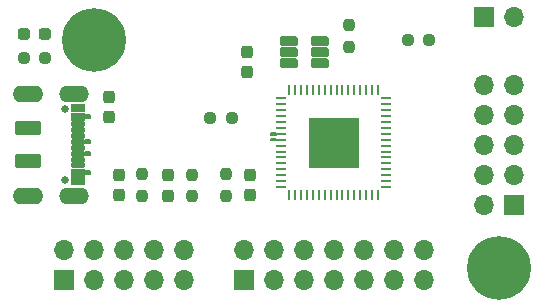
<source format=gbr>
%TF.GenerationSoftware,KiCad,Pcbnew,7.0.6*%
%TF.CreationDate,2023-11-01T23:53:57-04:00*%
%TF.ProjectId,FT2232_Board,46543232-3332-45f4-926f-6172642e6b69,rev?*%
%TF.SameCoordinates,Original*%
%TF.FileFunction,Soldermask,Top*%
%TF.FilePolarity,Negative*%
%FSLAX46Y46*%
G04 Gerber Fmt 4.6, Leading zero omitted, Abs format (unit mm)*
G04 Created by KiCad (PCBNEW 7.0.6) date 2023-11-01 23:53:57*
%MOMM*%
%LPD*%
G01*
G04 APERTURE LIST*
G04 Aperture macros list*
%AMRoundRect*
0 Rectangle with rounded corners*
0 $1 Rounding radius*
0 $2 $3 $4 $5 $6 $7 $8 $9 X,Y pos of 4 corners*
0 Add a 4 corners polygon primitive as box body*
4,1,4,$2,$3,$4,$5,$6,$7,$8,$9,$2,$3,0*
0 Add four circle primitives for the rounded corners*
1,1,$1+$1,$2,$3*
1,1,$1+$1,$4,$5*
1,1,$1+$1,$6,$7*
1,1,$1+$1,$8,$9*
0 Add four rect primitives between the rounded corners*
20,1,$1+$1,$2,$3,$4,$5,0*
20,1,$1+$1,$4,$5,$6,$7,0*
20,1,$1+$1,$6,$7,$8,$9,0*
20,1,$1+$1,$8,$9,$2,$3,0*%
G04 Aperture macros list end*
%ADD10C,0.150000*%
%ADD11C,0.800000*%
%ADD12C,5.400000*%
%ADD13RoundRect,0.102000X0.635000X0.279400X-0.635000X0.279400X-0.635000X-0.279400X0.635000X-0.279400X0*%
%ADD14RoundRect,0.062500X-0.337500X-0.062500X0.337500X-0.062500X0.337500X0.062500X-0.337500X0.062500X0*%
%ADD15RoundRect,0.062500X-0.062500X-0.337500X0.062500X-0.337500X0.062500X0.337500X-0.062500X0.337500X0*%
%ADD16R,4.350000X4.350000*%
%ADD17RoundRect,0.237500X-0.250000X-0.237500X0.250000X-0.237500X0.250000X0.237500X-0.250000X0.237500X0*%
%ADD18RoundRect,0.237500X0.250000X0.237500X-0.250000X0.237500X-0.250000X-0.237500X0.250000X-0.237500X0*%
%ADD19RoundRect,0.237500X0.237500X-0.250000X0.237500X0.250000X-0.237500X0.250000X-0.237500X-0.250000X0*%
%ADD20RoundRect,0.237500X-0.237500X0.250000X-0.237500X-0.250000X0.237500X-0.250000X0.237500X0.250000X0*%
%ADD21R,1.700000X1.700000*%
%ADD22O,1.700000X1.700000*%
%ADD23C,0.630000*%
%ADD24C,0.600000*%
%ADD25RoundRect,0.102000X-0.500000X0.260000X-0.500000X-0.260000X0.500000X-0.260000X0.500000X0.260000X0*%
%ADD26RoundRect,0.102000X-0.500000X0.135000X-0.500000X-0.135000X0.500000X-0.135000X0.500000X0.135000X0*%
%ADD27RoundRect,0.102000X-1.000000X0.500000X-1.000000X-0.500000X1.000000X-0.500000X1.000000X0.500000X0*%
%ADD28O,2.520000X1.362000*%
%ADD29O,2.604000X1.404000*%
%ADD30RoundRect,0.237500X-0.287500X-0.237500X0.287500X-0.237500X0.287500X0.237500X-0.287500X0.237500X0*%
%ADD31RoundRect,0.237500X0.237500X-0.287500X0.237500X0.287500X-0.237500X0.287500X-0.237500X-0.287500X0*%
%ADD32RoundRect,0.237500X0.237500X-0.300000X0.237500X0.300000X-0.237500X0.300000X-0.237500X-0.300000X0*%
%ADD33RoundRect,0.237500X-0.237500X0.300000X-0.237500X-0.300000X0.237500X-0.300000X0.237500X0.300000X0*%
G04 APERTURE END LIST*
D10*
X129235200Y-87147400D02*
X129692400Y-87147400D01*
X129692400Y-87249000D01*
X129235200Y-87249000D01*
X129235200Y-87147400D01*
G36*
X129235200Y-87147400D02*
G01*
X129692400Y-87147400D01*
X129692400Y-87249000D01*
X129235200Y-87249000D01*
X129235200Y-87147400D01*
G37*
X129235200Y-86639400D02*
X129692400Y-86639400D01*
X129692400Y-86766400D01*
X129235200Y-86766400D01*
X129235200Y-86639400D01*
G36*
X129235200Y-86639400D02*
G01*
X129692400Y-86639400D01*
X129692400Y-86766400D01*
X129235200Y-86766400D01*
X129235200Y-86639400D01*
G37*
X113461800Y-89865200D02*
X113919000Y-89865200D01*
X113919000Y-90119200D01*
X113461800Y-90119200D01*
X113461800Y-89865200D01*
G36*
X113461800Y-89865200D02*
G01*
X113919000Y-89865200D01*
X113919000Y-90119200D01*
X113461800Y-90119200D01*
X113461800Y-89865200D01*
G37*
X113487200Y-85140800D02*
X113944400Y-85140800D01*
X113944400Y-85394800D01*
X113487200Y-85394800D01*
X113487200Y-85140800D01*
G36*
X113487200Y-85140800D02*
G01*
X113944400Y-85140800D01*
X113944400Y-85394800D01*
X113487200Y-85394800D01*
X113487200Y-85140800D01*
G37*
X113487200Y-87249000D02*
X113944400Y-87249000D01*
X113944400Y-87503000D01*
X113487200Y-87503000D01*
X113487200Y-87249000D01*
G36*
X113487200Y-87249000D02*
G01*
X113944400Y-87249000D01*
X113944400Y-87503000D01*
X113487200Y-87503000D01*
X113487200Y-87249000D01*
G37*
X113461800Y-88239600D02*
X113919000Y-88239600D01*
X113919000Y-88493600D01*
X113461800Y-88493600D01*
X113461800Y-88239600D01*
G36*
X113461800Y-88239600D02*
G01*
X113919000Y-88239600D01*
X113919000Y-88493600D01*
X113461800Y-88493600D01*
X113461800Y-88239600D01*
G37*
D11*
%TO.C,H2*%
X147107309Y-99475891D03*
D12*
X148539200Y-98044000D03*
D11*
X148539200Y-100069000D03*
X149971091Y-96612109D03*
X146514200Y-98044000D03*
X148539200Y-96019000D03*
X150564200Y-98044000D03*
X149971091Y-99475891D03*
X147107309Y-96612109D03*
%TD*%
%TO.C,H1*%
X112868109Y-80171891D03*
D12*
X114300000Y-78740000D03*
D11*
X114300000Y-80765000D03*
X115731891Y-77308109D03*
X112275000Y-78740000D03*
X114300000Y-76715000D03*
X116325000Y-78740000D03*
X115731891Y-80171891D03*
X112868109Y-77308109D03*
%TD*%
D13*
%TO.C,U1*%
X133375400Y-80721200D03*
X133375400Y-79781400D03*
X133375400Y-78841600D03*
X130784600Y-78841600D03*
X130784600Y-79781400D03*
X130784600Y-80721200D03*
%TD*%
D14*
%TO.C,U2*%
X130096000Y-83700000D03*
X130096000Y-84200000D03*
X130096000Y-84700000D03*
X130096000Y-85200000D03*
X130096000Y-85700000D03*
X130096000Y-86200000D03*
X130096000Y-86700000D03*
X130096000Y-87200000D03*
X130096000Y-87700000D03*
X130096000Y-88200000D03*
X130096000Y-88700000D03*
X130096000Y-89200000D03*
X130096000Y-89700000D03*
X130096000Y-90200000D03*
X130096000Y-90700000D03*
X130096000Y-91200000D03*
D15*
X130796000Y-91900000D03*
X131296000Y-91900000D03*
X131796000Y-91900000D03*
X132296000Y-91900000D03*
X132796000Y-91900000D03*
X133296000Y-91900000D03*
X133796000Y-91900000D03*
X134296000Y-91900000D03*
X134796000Y-91900000D03*
X135296000Y-91900000D03*
X135796000Y-91900000D03*
X136296000Y-91900000D03*
X136796000Y-91900000D03*
X137296000Y-91900000D03*
X137796000Y-91900000D03*
X138296000Y-91900000D03*
D14*
X138996000Y-91200000D03*
X138996000Y-90700000D03*
X138996000Y-90200000D03*
X138996000Y-89700000D03*
X138996000Y-89200000D03*
X138996000Y-88700000D03*
X138996000Y-88200000D03*
X138996000Y-87700000D03*
X138996000Y-87200000D03*
X138996000Y-86700000D03*
X138996000Y-86200000D03*
X138996000Y-85700000D03*
X138996000Y-85200000D03*
X138996000Y-84700000D03*
X138996000Y-84200000D03*
X138996000Y-83700000D03*
D15*
X138296000Y-83000000D03*
X137796000Y-83000000D03*
X137296000Y-83000000D03*
X136796000Y-83000000D03*
X136296000Y-83000000D03*
X135796000Y-83000000D03*
X135296000Y-83000000D03*
X134796000Y-83000000D03*
X134296000Y-83000000D03*
X133796000Y-83000000D03*
X133296000Y-83000000D03*
X132796000Y-83000000D03*
X132296000Y-83000000D03*
X131796000Y-83000000D03*
X131296000Y-83000000D03*
X130796000Y-83000000D03*
D16*
X134546000Y-87450000D03*
%TD*%
D17*
%TO.C,R1*%
X108307500Y-80264000D03*
X110132500Y-80264000D03*
%TD*%
D18*
%TO.C,R7*%
X142644500Y-78740000D03*
X140819500Y-78740000D03*
%TD*%
D19*
%TO.C,R4*%
X122555000Y-90146500D03*
X122555000Y-91971500D03*
%TD*%
%TO.C,R5*%
X118364000Y-91948000D03*
X118364000Y-90123000D03*
%TD*%
D20*
%TO.C,R2*%
X135890000Y-79347700D03*
X135890000Y-77522700D03*
%TD*%
D18*
%TO.C,R3*%
X125931300Y-85344000D03*
X124106300Y-85344000D03*
%TD*%
D20*
%TO.C,R6*%
X125476000Y-90123000D03*
X125476000Y-91948000D03*
%TD*%
D21*
%TO.C,J4*%
X147315000Y-76835000D03*
D22*
X149855000Y-76835000D03*
%TD*%
D21*
%TO.C,J3*%
X127000000Y-99060000D03*
D22*
X127000000Y-96520000D03*
X129540000Y-99060000D03*
X129540000Y-96520000D03*
X132080000Y-99060000D03*
X132080000Y-96520000D03*
X134620000Y-99060000D03*
X134620000Y-96520000D03*
X137160000Y-99060000D03*
X137160000Y-96520000D03*
X139700000Y-99060000D03*
X139700000Y-96520000D03*
X142240000Y-99060000D03*
X142240000Y-96520000D03*
%TD*%
D21*
%TO.C,J5*%
X149860000Y-92710000D03*
D22*
X147320000Y-92710000D03*
X149860000Y-90170000D03*
X147320000Y-90170000D03*
X149860000Y-87630000D03*
X147320000Y-87630000D03*
X149860000Y-85090000D03*
X147320000Y-85090000D03*
X149860000Y-82550000D03*
X147320000Y-82550000D03*
%TD*%
D21*
%TO.C,J2*%
X111760000Y-99060000D03*
D22*
X111760000Y-96520000D03*
X114300000Y-99060000D03*
X114300000Y-96520000D03*
X116840000Y-99060000D03*
X116840000Y-96520000D03*
X119380000Y-99060000D03*
X119380000Y-96520000D03*
X121920000Y-99060000D03*
X121920000Y-96520000D03*
%TD*%
D23*
%TO.C,J1*%
X111798500Y-84628000D03*
D24*
X111798500Y-90628000D03*
D23*
X111798500Y-90628000D03*
D25*
X112898500Y-84528000D03*
X112898500Y-85278000D03*
D26*
X112898500Y-85878000D03*
X112898500Y-86378000D03*
X112898500Y-86878000D03*
X112898500Y-87378000D03*
X112898500Y-87878000D03*
X112898500Y-88378000D03*
X112898500Y-88878000D03*
X112898500Y-89378000D03*
D25*
X112898500Y-89978000D03*
X112898500Y-90728000D03*
D27*
X108698500Y-86228000D03*
X108698500Y-89028000D03*
D28*
X112523500Y-83308000D03*
X112523500Y-91948000D03*
D29*
X108698500Y-83308000D03*
X108698500Y-91948000D03*
%TD*%
D30*
%TO.C,D1*%
X110095000Y-78232000D03*
X108345000Y-78232000D03*
%TD*%
D31*
%TO.C,D2*%
X120555000Y-90184000D03*
X120555000Y-91934000D03*
%TD*%
%TO.C,D3*%
X116364000Y-91910500D03*
X116364000Y-90160500D03*
%TD*%
D32*
%TO.C,C1*%
X115570000Y-83592500D03*
X115570000Y-85317500D03*
%TD*%
%TO.C,C2*%
X127203200Y-79756000D03*
X127203200Y-81481000D03*
%TD*%
D33*
%TO.C,C3*%
X127508000Y-91898000D03*
X127508000Y-90173000D03*
%TD*%
M02*

</source>
